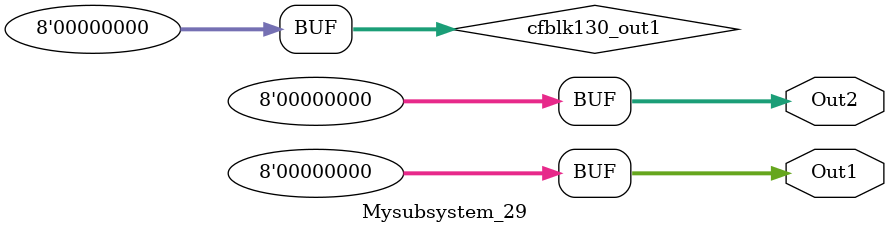
<source format=v>



`timescale 1 ns / 1 ns

module Mysubsystem_29
          (Out1,
           Out2);


  output  [7:0] Out1;  // uint8
  output  [7:0] Out2;  // uint8


  wire [7:0] cfblk130_out1;  // uint8


  assign cfblk130_out1 = 8'b00000000;



  assign Out1 = cfblk130_out1;

  assign Out2 = cfblk130_out1;

endmodule  // Mysubsystem_29


</source>
